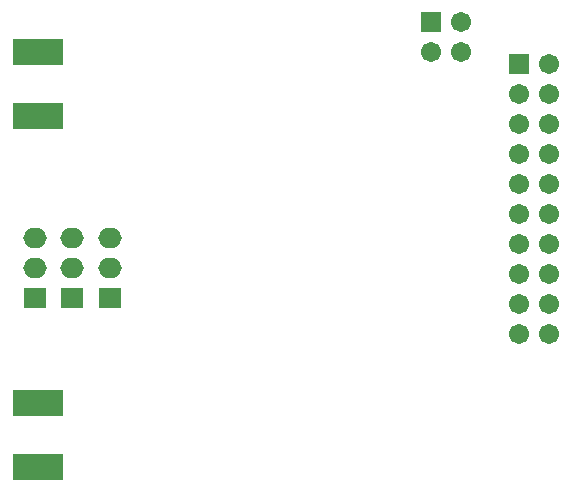
<source format=gbs>
G04*
G04 #@! TF.GenerationSoftware,Altium Limited,Altium Designer,21.9.2 (33)*
G04*
G04 Layer_Color=16711935*
%FSLAX25Y25*%
%MOIN*%
G70*
G04*
G04 #@! TF.SameCoordinates,BDAA0F83-93E9-4538-AAC0-020DCC9D6774*
G04*
G04*
G04 #@! TF.FilePolarity,Negative*
G04*
G01*
G75*
%ADD20R,0.16548X0.08674*%
%ADD22R,0.06706X0.06706*%
%ADD23C,0.06706*%
%ADD24O,0.07800X0.06800*%
%ADD25R,0.07800X0.06800*%
D20*
X220700Y145830D02*
D03*
X220700Y124570D02*
D03*
Y263030D02*
D03*
X220700Y241770D02*
D03*
D22*
X381000Y259000D02*
D03*
X351500Y273000D02*
D03*
D23*
X391000Y259000D02*
D03*
X381000Y249000D02*
D03*
X391000D02*
D03*
X381000Y239000D02*
D03*
X391000Y239000D02*
D03*
X381000Y229000D02*
D03*
X391000D02*
D03*
X381000Y219000D02*
D03*
X391000D02*
D03*
X381000Y209000D02*
D03*
X391000D02*
D03*
X381000Y199000D02*
D03*
X391000Y199000D02*
D03*
X381000Y189000D02*
D03*
X391000D02*
D03*
X381000Y179000D02*
D03*
X391000D02*
D03*
X381000Y169000D02*
D03*
X391000D02*
D03*
X361500Y273000D02*
D03*
X351500Y263000D02*
D03*
X361500D02*
D03*
D24*
X219500Y200900D02*
D03*
Y190900D02*
D03*
X231950Y200900D02*
D03*
Y190900D02*
D03*
X244400Y200900D02*
D03*
Y190900D02*
D03*
D25*
X219500Y180900D02*
D03*
X231950D02*
D03*
X244400D02*
D03*
M02*

</source>
